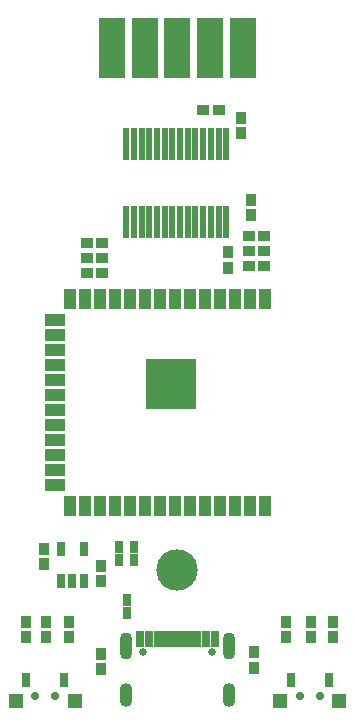
<source format=gbr>
G04 DipTrace 5.1.0.3*
G04 TopMask.gbr*
%MOIN*%
G04 #@! TF.FileFunction,Soldermask,Top*
G04 #@! TF.Part,Single*
%ADD48C,0.137795*%
%ADD49C,0.025591*%
%ADD50C,0.027559*%
%ADD54R,0.023622X0.106299*%
%ADD56R,0.165354X0.165354*%
%ADD58R,0.066929X0.043307*%
%ADD60R,0.043307X0.066929*%
%ADD66R,0.047244X0.051181*%
%ADD68R,0.031496X0.051181*%
%ADD72R,0.086614X0.204724*%
%ADD86O,0.043307X0.090551*%
%ADD88O,0.043307X0.07874*%
%ADD90R,0.031496X0.052756*%
%ADD92R,0.019685X0.052756*%
%ADD94R,0.031496X0.03937*%
%ADD96R,0.043307X0.035433*%
%ADD98R,0.035433X0.043307*%
%FSLAX26Y26*%
G04*
G70*
G90*
G75*
G01*
G04 TopMask*
%LPD*%
D98*
X1193701Y2374950D3*
Y2323769D3*
X1224951Y2049950D3*
Y2101131D3*
D96*
X1218702Y1931201D3*
X1269883D3*
X1219293Y1981790D3*
X1270474D3*
X1118701Y2399950D3*
X1067520D3*
X1218701Y1881201D3*
X1269882D3*
D98*
X724951Y831201D3*
Y882382D3*
X537451Y937450D3*
Y886269D3*
D94*
X837451Y943699D3*
Y900392D3*
X787451Y943699D3*
Y900392D3*
X812450Y724950D3*
Y768257D3*
D98*
X1424950Y643109D3*
Y694290D3*
X543701Y643110D3*
Y694291D3*
D48*
X981201Y868690D3*
D92*
X912444Y638189D3*
X932129D3*
X951814D3*
X971499D3*
X991184D3*
X1010869D3*
X1030554D3*
X1050239D3*
D90*
X1075829D3*
X1107325D3*
X855357D3*
X886853D3*
D88*
X811262Y451181D3*
X1151420D3*
D86*
X811262Y615748D3*
X1151420D3*
D49*
X867562Y596063D3*
X1095121D3*
D72*
X1199311Y2608688D3*
X1090256D3*
X981201D3*
X872146D3*
X763091D3*
D98*
X724941Y587450D3*
Y536269D3*
X1237451Y593699D3*
Y542518D3*
X618701Y694290D3*
Y643109D3*
X1343701D3*
Y694290D3*
X474950Y643110D3*
Y694291D3*
X1499951Y694290D3*
Y643109D3*
X1149951Y1874950D3*
Y1926131D3*
D96*
X731201Y1956199D3*
X680020D3*
X731201Y1906201D3*
X680020D3*
X731201Y1856199D3*
X680020D3*
D68*
X602933Y499950D3*
X476949D3*
D66*
X638366Y431052D3*
X441516D3*
D50*
X573406Y448769D3*
X506476D3*
D68*
X1485453Y499950D3*
X1359469D3*
D66*
X1520886Y431052D3*
X1324035D3*
D50*
X1455925Y448769D3*
X1388996D3*
D60*
X1271575Y1770538D3*
X1221575D3*
X1171575D3*
X1121575D3*
X1071575D3*
X1021575D3*
X971575D3*
X921575D3*
X871575D3*
X821575D3*
X771575D3*
X721575D3*
X671575D3*
X621575D3*
D58*
X573822Y1700723D3*
Y1650723D3*
Y1600723D3*
Y1550723D3*
Y1500723D3*
Y1450723D3*
Y1400723D3*
Y1350723D3*
Y1300723D3*
Y1250723D3*
D60*
X621614Y1081562D3*
X671614D3*
X721614D3*
X771614D3*
X821614D3*
X871614D3*
X921614D3*
X971614D3*
X1021614D3*
X1071614D3*
X1121614D3*
X1171614D3*
X1221614D3*
X1271614D3*
D56*
X959094Y1488570D3*
D58*
X573822Y1200723D3*
Y1150723D3*
D54*
X1143701Y2287450D3*
X1118110Y2287430D3*
X1092520Y2287434D3*
X1066929D3*
X1041339D3*
X1015748D3*
X990157D3*
X964567D3*
X938976D3*
X913386D3*
X887795D3*
X862205D3*
X836614D3*
X811024D3*
Y2028962D3*
X836614Y2028970D3*
X862205D3*
X887795D3*
X913386D3*
X938976D3*
X964567D3*
X990157D3*
X1015748D3*
X1041339D3*
X1066929D3*
X1092520D3*
X1118110Y2028966D3*
X1143701D3*
D68*
X593701Y831201D3*
X631102D3*
X668504D3*
Y937500D3*
X593701D3*
M02*

</source>
